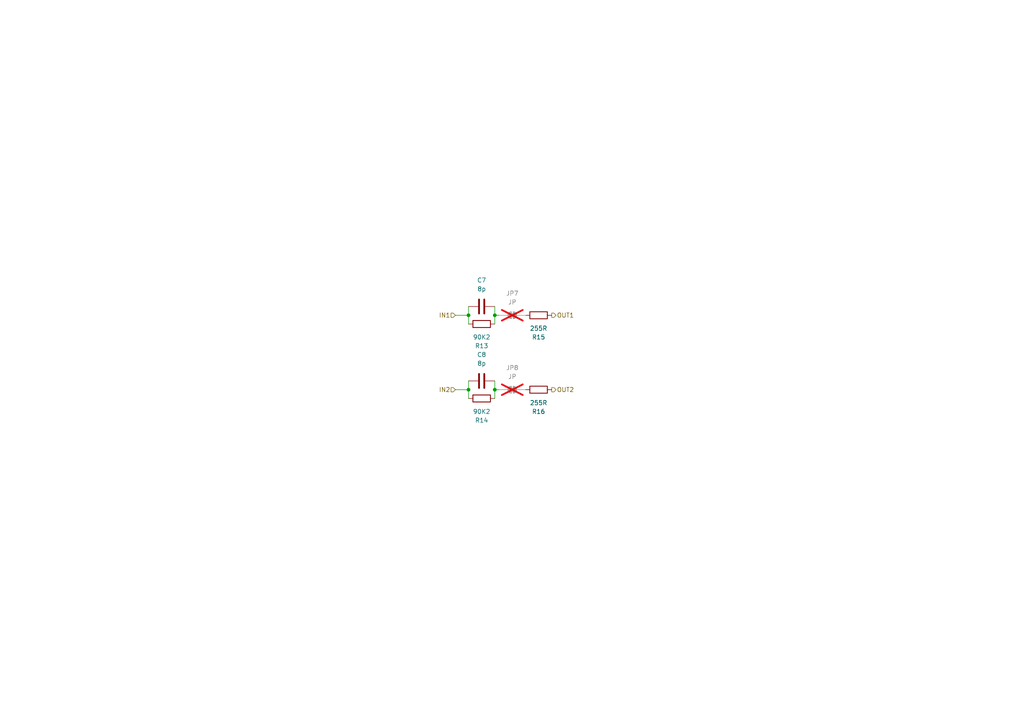
<source format=kicad_sch>
(kicad_sch (version 20231120) (generator "eeschema") (generator_version "8.0")
  (paper "A4")
  (lib_symbols
    (symbol "Device:C" (pin_numbers hide) (pin_names (offset 0.254))
      (property "Reference" "C" (at 0.635 2.54 0))
      (property "Value" "C" (at 0.635 -2.54 0))
      (symbol "C_0_1"
        (polyline (pts (xy -2.032 -0.762) (xy 2.032 -0.762)) (stroke (width 0.508)))
        (polyline (pts (xy -2.032 0.762) (xy 2.032 0.762)) (stroke (width 0.508)))
      )
      (symbol "C_1_1"
        (pin passive line (at 0 3.81 270) (length 2.794) (name "~") (number "1"))
        (pin passive line (at 0 -3.81 90) (length 2.794) (name "~") (number "2"))
      )
    )
    (symbol "Device:R" (pin_numbers hide) (pin_names (offset 0))
      (property "Reference" "R" (at 2.032 0 90))
      (property "Value" "R" (at 0 0 90))
      (symbol "R_0_1"
        (rectangle (start -1.016 -2.54) (end 1.016 2.54) (stroke (width 0.254)))
      )
      (symbol "R_1_1"
        (pin passive line (at 0 3.81 270) (length 1.27) (name "~") (number "1"))
        (pin passive line (at 0 -3.81 90) (length 1.27) (name "~") (number "2"))
      )
    )
    (symbol "Jumper:SolderJumper_2_Bridged" (pin_numbers hide) (pin_names (offset 0) hide) (exclude_from_sim yes) (in_bom no)
      (property "Reference" "JP" (at 0 2.032 0))
      (property "Value" "SolderJumper_2_Bridged" (at 0 -2.54 0))
      (symbol "SolderJumper_2_Bridged_0_1"
        (rectangle (start -0.508 0.508) (end 0.508 -0.508) (fill (type outline)))
        (arc (start -0.254 1.016) (mid -1.2656 0) (end -0.254 -1.016))
        (arc (start -0.254 1.016) (mid -1.2656 0) (end -0.254 -1.016) (fill (type outline)))
        (polyline (pts (xy -0.254 1.016) (xy -0.254 -1.016)))
        (polyline (pts (xy 0.254 1.016) (xy 0.254 -1.016)))
        (arc (start 0.254 -1.016) (mid 1.2656 0) (end 0.254 1.016))
        (arc (start 0.254 -1.016) (mid 1.2656 0) (end 0.254 1.016) (fill (type outline)))
      )
      (symbol "SolderJumper_2_Bridged_1_1"
        (pin passive line (at -3.81 0 0) (length 2.54) (name "A") (number "1"))
        (pin passive line (at 3.81 0 180) (length 2.54) (name "B") (number "2"))
      )
    )
  )
  (junction (at 135.89 113.03))
  (junction (at 135.89 91.44))
  (junction (at 143.51 91.44))
  (junction (at 143.51 113.03))
  (wire (pts (xy 132.08 91.44) (xy 135.89 91.44)))
  (wire (pts (xy 143.51 88.9) (xy 143.51 91.44)))
  (wire (pts (xy 132.08 113.03) (xy 135.89 113.03)))
  (wire (pts (xy 135.89 88.9) (xy 135.89 91.44)))
  (wire (pts (xy 135.89 91.44) (xy 135.89 93.98)))
  (wire (pts (xy 143.51 91.44) (xy 144.78 91.44)))
  (wire (pts (xy 143.51 113.03) (xy 143.51 115.57)))
  (wire (pts (xy 143.51 110.49) (xy 143.51 113.03)))
  (wire (pts (xy 135.89 110.49) (xy 135.89 113.03)))
  (wire (pts (xy 143.51 91.44) (xy 143.51 93.98)))
  (wire (pts (xy 135.89 113.03) (xy 135.89 115.57)))
  (wire (pts (xy 143.51 113.03) (xy 144.78 113.03)))
  (hierarchical_label "IN2" (shape input) (at 132.08 113.03 180))
  (hierarchical_label "IN1" (shape input) (at 132.08 91.44 180))
  (hierarchical_label "OUT1" (shape output) (at 160.02 91.44 0))
  (hierarchical_label "OUT2" (shape output) (at 160.02 113.03 0))
  (symbol (lib_id "Device:R") (at 139.7 115.57 90) (unit 1)
    (property "Reference" "R14" (at 139.7 121.92 90))
    (property "Value" "90K2" (at 139.7 119.38 90))
    (property "Footprint" "Resistor_SMD:R_0402_1005Metric" (effects (hide yes)))
    (property "Description" "Resistor" (effects (hide yes)))
    (instances (project "fpchp" (path "" (reference "R14") (unit 1)) (path "" (reference "R6") (unit 1)) (path "" (reference "R2") (unit 1)) (path "" (reference "R34") (unit 1)) (path "" (reference "R30") (unit 1)) (path "" (reference "R26") (unit 1)) (path "" (reference "R22") (unit 1)) (path "" (reference "R18") (unit 1)) (path "" (reference "R10") (unit 1))))
  )
  (symbol (lib_id "Device:C") (at 139.7 110.49 270) (mirror x) (unit 1)
    (property "Reference" "C8" (at 139.7 102.87 90))
    (property "Value" "8p" (at 139.7 105.41 90))
    (property "Footprint" "Capacitor_SMD:C_0402_1005Metric" (effects (hide yes)))
    (property "Description" "Unpolarized capacitor" (effects (hide yes)))
    (instances (project "fpchp" (path "" (reference "C8") (unit 1)) (path "" (reference "C4") (unit 1)) (path "" (reference "C2") (unit 1)) (path "" (reference "C18") (unit 1)) (path "" (reference "C16") (unit 1)) (path "" (reference "C14") (unit 1)) (path "" (reference "C12") (unit 1)) (path "" (reference "C10") (unit 1)) (path "" (reference "C6") (unit 1))))
  )
  (symbol (lib_id "Jumper:SolderJumper_2_Bridged") (at 148.59 113.03 0) (mirror y) (unit 1) (exclude_from_sim yes) (in_bom no) (dnp yes)
    (property "Reference" "JP8" (at 148.59 106.68 0))
    (property "Value" "JP" (at 148.59 109.22 0))
    (property "Footprint" "Jumper:SolderJumper-2_P1.3mm_Bridged_RoundedPad1.0x1.5mm" (effects (hide yes)))
    (property "Description" "Solder Jumper, 2-pole, closed/bridged" (effects (hide yes)))
    (instances (project "fpchp" (path "" (reference "JP8") (unit 1)) (path "" (reference "JP4") (unit 1)) (path "" (reference "JP2") (unit 1)) (path "" (reference "JP18") (unit 1)) (path "" (reference "JP16") (unit 1)) (path "" (reference "JP14") (unit 1)) (path "" (reference "JP12") (unit 1)) (path "" (reference "JP10") (unit 1)) (path "" (reference "JP6") (unit 1))))
  )
  (symbol (lib_id "Device:R") (at 139.7 93.98 90) (unit 1)
    (property "Reference" "R13" (at 139.7 100.33 90))
    (property "Value" "90K2" (at 139.7 97.79 90))
    (property "Footprint" "Resistor_SMD:R_0402_1005Metric" (effects (hide yes)))
    (property "Description" "Resistor" (effects (hide yes)))
    (instances (project "fpchp" (path "" (reference "R13") (unit 1)) (path "" (reference "R5") (unit 1)) (path "" (reference "R1") (unit 1)) (path "" (reference "R33") (unit 1)) (path "" (reference "R29") (unit 1)) (path "" (reference "R25") (unit 1)) (path "" (reference "R21") (unit 1)) (path "" (reference "R17") (unit 1)) (path "" (reference "R9") (unit 1))))
  )
  (symbol (lib_id "Device:R") (at 156.21 91.44 270) (mirror x) (unit 1)
    (property "Reference" "R15" (at 156.21 97.79 90))
    (property "Value" "255R" (at 156.21 95.25 90))
    (property "Footprint" "Resistor_SMD:R_0402_1005Metric" (effects (hide yes)))
    (property "Description" "Resistor" (effects (hide yes)))
    (instances (project "fpchp" (path "" (reference "R15") (unit 1)) (path "" (reference "R7") (unit 1)) (path "" (reference "R3") (unit 1)) (path "" (reference "R35") (unit 1)) (path "" (reference "R31") (unit 1)) (path "" (reference "R27") (unit 1)) (path "" (reference "R23") (unit 1)) (path "" (reference "R19") (unit 1)) (path "" (reference "R11") (unit 1))))
  )
  (symbol (lib_id "Device:C") (at 139.7 88.9 270) (mirror x) (unit 1)
    (property "Reference" "C7" (at 139.7 81.28 90))
    (property "Value" "8p" (at 139.7 83.82 90))
    (property "Footprint" "Capacitor_SMD:C_0402_1005Metric" (effects (hide yes)))
    (property "Description" "Unpolarized capacitor" (effects (hide yes)))
    (instances (project "fpchp" (path "" (reference "C7") (unit 1)) (path "" (reference "C3") (unit 1)) (path "" (reference "C1") (unit 1)) (path "" (reference "C17") (unit 1)) (path "" (reference "C15") (unit 1)) (path "" (reference "C13") (unit 1)) (path "" (reference "C11") (unit 1)) (path "" (reference "C9") (unit 1)) (path "" (reference "C5") (unit 1))))
  )
  (symbol (lib_id "Jumper:SolderJumper_2_Bridged") (at 148.59 91.44 0) (mirror y) (unit 1) (exclude_from_sim yes) (in_bom no) (dnp yes)
    (property "Reference" "JP7" (at 148.59 85.09 0))
    (property "Value" "JP" (at 148.59 87.63 0))
    (property "Footprint" "Jumper:SolderJumper-2_P1.3mm_Bridged_RoundedPad1.0x1.5mm" (effects (hide yes)))
    (property "Description" "Solder Jumper, 2-pole, closed/bridged" (effects (hide yes)))
    (instances (project "fpchp" (path "" (reference "JP7") (unit 1)) (path "" (reference "JP3") (unit 1)) (path "" (reference "JP1") (unit 1)) (path "" (reference "JP17") (unit 1)) (path "" (reference "JP15") (unit 1)) (path "" (reference "JP13") (unit 1)) (path "" (reference "JP11") (unit 1)) (path "" (reference "JP9") (unit 1)) (path "" (reference "JP5") (unit 1))))
  )
  (symbol (lib_id "Device:R") (at 156.21 113.03 270) (mirror x) (unit 1)
    (property "Reference" "R16" (at 156.21 119.38 90))
    (property "Value" "255R" (at 156.21 116.84 90))
    (property "Footprint" "Resistor_SMD:R_0402_1005Metric" (effects (hide yes)))
    (property "Description" "Resistor" (effects (hide yes)))
    (instances (project "fpchp" (path "" (reference "R16") (unit 1)) (path "" (reference "R8") (unit 1)) (path "" (reference "R4") (unit 1)) (path "" (reference "R36") (unit 1)) (path "" (reference "R32") (unit 1)) (path "" (reference "R28") (unit 1)) (path "" (reference "R24") (unit 1)) (path "" (reference "R20") (unit 1)) (path "" (reference "R12") (unit 1))))
  )
)
</source>
